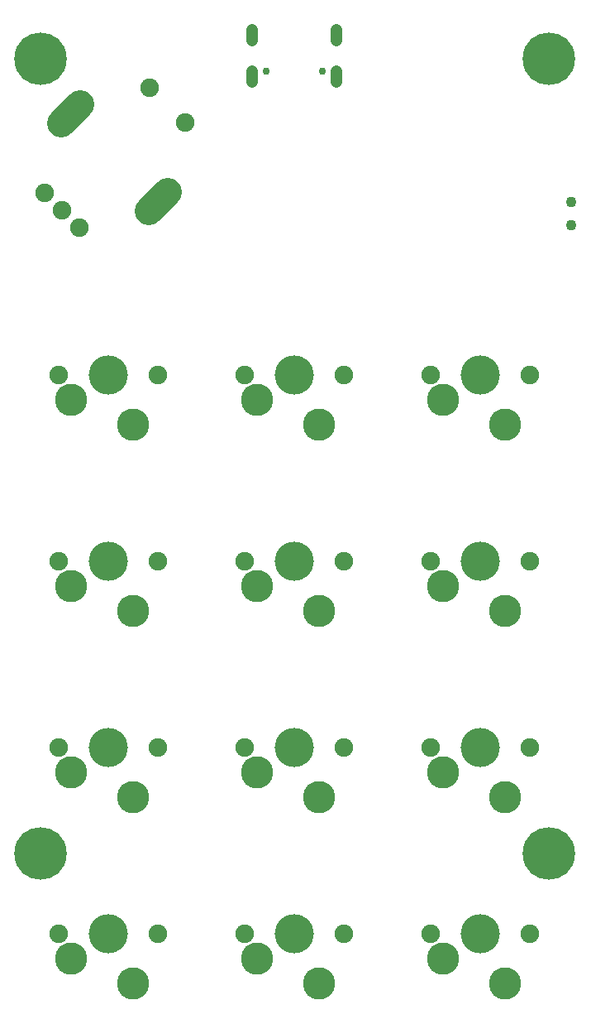
<source format=gbr>
G04 EAGLE Gerber RS-274X export*
G75*
%MOMM*%
%FSLAX34Y34*%
%LPD*%
%INSoldermask Bottom*%
%IPPOS*%
%AMOC8*
5,1,8,0,0,1.08239X$1,22.5*%
G01*
%ADD10C,4.001600*%
%ADD11C,3.301600*%
%ADD12C,1.915100*%
%ADD13C,1.209600*%
%ADD14C,0.751600*%
%ADD15C,1.901600*%
%ADD16C,2.901600*%
%ADD17C,1.101600*%
%ADD18C,5.367600*%


D10*
X488950Y107950D03*
D11*
X514350Y57150D03*
X450850Y82550D03*
D12*
X539750Y107950D03*
X438150Y107950D03*
D10*
X298450Y107950D03*
D11*
X323850Y57150D03*
X260350Y82550D03*
D12*
X349250Y107950D03*
X247650Y107950D03*
D10*
X107950Y107950D03*
D11*
X133350Y57150D03*
X69850Y82550D03*
D12*
X158750Y107950D03*
X57150Y107950D03*
D10*
X107950Y298450D03*
D11*
X133350Y247650D03*
X69850Y273050D03*
D12*
X158750Y298450D03*
X57150Y298450D03*
D10*
X298450Y298450D03*
D11*
X323850Y247650D03*
X260350Y273050D03*
D12*
X349250Y298450D03*
X247650Y298450D03*
D10*
X488950Y298450D03*
D11*
X514350Y247650D03*
X450850Y273050D03*
D12*
X539750Y298450D03*
X438150Y298450D03*
D13*
X341650Y1021290D02*
X341650Y1032370D01*
X255250Y1032370D02*
X255250Y1021290D01*
X255250Y990570D02*
X255250Y979490D01*
X341650Y979490D02*
X341650Y990570D01*
D14*
X269550Y990030D03*
X327350Y990030D03*
D10*
X107950Y679450D03*
D11*
X133350Y628650D03*
X69850Y654050D03*
D12*
X158750Y679450D03*
X57150Y679450D03*
D10*
X298450Y679450D03*
D11*
X323850Y628650D03*
X260350Y654050D03*
D12*
X349250Y679450D03*
X247650Y679450D03*
D10*
X488950Y679450D03*
D11*
X514350Y628650D03*
X450850Y654050D03*
D12*
X539750Y679450D03*
X438150Y679450D03*
D10*
X107950Y488950D03*
D11*
X133350Y438150D03*
X69850Y463550D03*
D12*
X158750Y488950D03*
X57150Y488950D03*
D10*
X298450Y488950D03*
D11*
X323850Y438150D03*
X260350Y463550D03*
D12*
X349250Y488950D03*
X247650Y488950D03*
D10*
X488950Y488950D03*
D11*
X514350Y438150D03*
X450850Y463550D03*
D12*
X539750Y488950D03*
X438150Y488950D03*
D15*
X60418Y847818D03*
X78379Y829858D03*
X42458Y865779D03*
D16*
X149302Y846899D02*
X169101Y866698D01*
X79298Y956501D02*
X59499Y936702D01*
D15*
X186142Y937621D03*
X150221Y973542D03*
D17*
X582120Y833050D03*
X582120Y856050D03*
D18*
X38100Y190500D03*
X558800Y190500D03*
X38100Y1003300D03*
X558800Y1003300D03*
M02*

</source>
